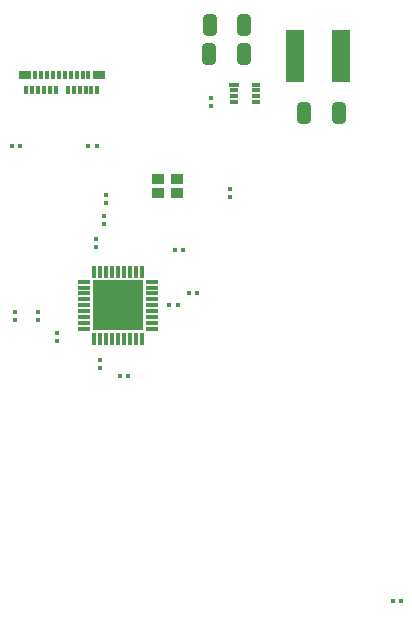
<source format=gbr>
%TF.GenerationSoftware,KiCad,Pcbnew,8.0.8*%
%TF.CreationDate,2025-07-23T18:15:36+02:00*%
%TF.ProjectId,CartridgeMk3ReaderMk6,43617274-7269-4646-9765-4d6b33526561,rev?*%
%TF.SameCoordinates,PX30a32c0PY5466720*%
%TF.FileFunction,Paste,Top*%
%TF.FilePolarity,Positive*%
%FSLAX46Y46*%
G04 Gerber Fmt 4.6, Leading zero omitted, Abs format (unit mm)*
G04 Created by KiCad (PCBNEW 8.0.8) date 2025-07-23 18:15:36*
%MOMM*%
%LPD*%
G01*
G04 APERTURE LIST*
G04 Aperture macros list*
%AMRoundRect*
0 Rectangle with rounded corners*
0 $1 Rounding radius*
0 $2 $3 $4 $5 $6 $7 $8 $9 X,Y pos of 4 corners*
0 Add a 4 corners polygon primitive as box body*
4,1,4,$2,$3,$4,$5,$6,$7,$8,$9,$2,$3,0*
0 Add four circle primitives for the rounded corners*
1,1,$1+$1,$2,$3*
1,1,$1+$1,$4,$5*
1,1,$1+$1,$6,$7*
1,1,$1+$1,$8,$9*
0 Add four rect primitives between the rounded corners*
20,1,$1+$1,$2,$3,$4,$5,0*
20,1,$1+$1,$4,$5,$6,$7,0*
20,1,$1+$1,$6,$7,$8,$9,0*
20,1,$1+$1,$8,$9,$2,$3,0*%
G04 Aperture macros list end*
%ADD10RoundRect,0.079500X0.100500X-0.079500X0.100500X0.079500X-0.100500X0.079500X-0.100500X-0.079500X0*%
%ADD11RoundRect,0.079500X-0.079500X-0.100500X0.079500X-0.100500X0.079500X0.100500X-0.079500X0.100500X0*%
%ADD12RoundRect,0.250000X-0.325000X-0.650000X0.325000X-0.650000X0.325000X0.650000X-0.325000X0.650000X0*%
%ADD13R,1.050000X0.300000*%
%ADD14R,0.300000X1.050000*%
%ADD15R,4.200000X4.200000*%
%ADD16R,1.550000X4.500000*%
%ADD17RoundRect,0.079500X-0.100500X0.079500X-0.100500X-0.079500X0.100500X-0.079500X0.100500X0.079500X0*%
%ADD18R,1.000000X0.900000*%
%ADD19R,0.300000X0.700000*%
%ADD20R,1.000000X0.700000*%
%ADD21RoundRect,0.250000X0.325000X0.650000X-0.325000X0.650000X-0.325000X-0.650000X0.325000X-0.650000X0*%
%ADD22R,0.825000X0.300000*%
%ADD23R,0.725000X0.300000*%
%ADD24RoundRect,0.079500X0.079500X0.100500X-0.079500X0.100500X-0.079500X-0.100500X0.079500X-0.100500X0*%
G04 APERTURE END LIST*
D10*
%TO.C,R3*%
X16150000Y48400000D03*
X16150000Y49090000D03*
%TD*%
D11*
%TO.C,R4*%
X22785000Y48150000D03*
X23475000Y48150000D03*
%TD*%
D10*
%TO.C,C4*%
X16850000Y50350000D03*
X16850000Y51040000D03*
%TD*%
D12*
%TO.C,C6*%
X33725000Y59800000D03*
X36675000Y59800000D03*
%TD*%
D10*
%TO.C,R8*%
X16500000Y38155000D03*
X16500000Y38845000D03*
%TD*%
D13*
%TO.C,IC1*%
X15150000Y45500000D03*
X15150000Y45000000D03*
X15150000Y44500000D03*
X15150000Y44000000D03*
X15150000Y43500000D03*
X15150000Y43000000D03*
X15150000Y42500000D03*
X15150000Y42000000D03*
X15150000Y41500000D03*
D14*
X16000000Y40650000D03*
X16500000Y40650000D03*
X17000000Y40650000D03*
X17500000Y40650000D03*
X18000000Y40650000D03*
X18500000Y40650000D03*
X19000000Y40650000D03*
X19500000Y40650000D03*
X20000000Y40650000D03*
D13*
X20850000Y41500000D03*
X20850000Y42000000D03*
X20850000Y42500000D03*
X20850000Y43000000D03*
X20850000Y43500000D03*
X20850000Y44000000D03*
X20850000Y44500000D03*
X20850000Y45000000D03*
X20850000Y45500000D03*
D14*
X20000000Y46350000D03*
X19500000Y46350000D03*
X19000000Y46350000D03*
X18500000Y46350000D03*
X18000000Y46350000D03*
X17500000Y46350000D03*
X17000000Y46350000D03*
X16500000Y46350000D03*
X16000000Y46350000D03*
D15*
X18000000Y43500000D03*
%TD*%
D16*
%TO.C,L1*%
X36875000Y64600000D03*
X33025000Y64600000D03*
%TD*%
D11*
%TO.C,R1*%
X15500000Y57000000D03*
X16190000Y57000000D03*
%TD*%
%TO.C,R5*%
X41255000Y18450000D03*
X41945000Y18450000D03*
%TD*%
D17*
%TO.C,C5*%
X25900000Y61040000D03*
X25900000Y60350000D03*
%TD*%
D11*
%TO.C,C3*%
X18155000Y37500000D03*
X18845000Y37500000D03*
%TD*%
D17*
%TO.C,R11*%
X9250000Y42945000D03*
X9250000Y42255000D03*
%TD*%
D18*
%TO.C,Y1*%
X23000000Y54226000D03*
X21350000Y54226000D03*
X21350000Y53000000D03*
X23000000Y53000000D03*
%TD*%
D10*
%TO.C,C2*%
X17000000Y52155000D03*
X17000000Y52845000D03*
%TD*%
D19*
%TO.C,J2*%
X16250000Y61700000D03*
X15750000Y61700000D03*
X15250000Y61700000D03*
X14750000Y61700000D03*
X14250000Y61700000D03*
X13750000Y61700000D03*
X12750000Y61700000D03*
X12250000Y61700000D03*
X11750000Y61700000D03*
X11250000Y61700000D03*
X10750000Y61700000D03*
X10250000Y61700000D03*
D20*
X10150000Y63000000D03*
D19*
X11000000Y63000000D03*
X11500000Y63000000D03*
X12000000Y63000000D03*
X12500000Y63000000D03*
X13000000Y63000000D03*
X13500000Y63000000D03*
X14000000Y63000000D03*
X14500000Y63000000D03*
X15000000Y63000000D03*
X15500000Y63000000D03*
D20*
X16350000Y63000000D03*
%TD*%
D21*
%TO.C,C8*%
X28700000Y67250000D03*
X25750000Y67250000D03*
%TD*%
D17*
%TO.C,C1*%
X27500000Y53345000D03*
X27500000Y52655000D03*
%TD*%
D22*
%TO.C,IC2*%
X27862000Y62188000D03*
D23*
X27812000Y61688000D03*
X27812000Y61188000D03*
X27812000Y60688000D03*
X29688000Y60688000D03*
X29688000Y61188000D03*
X29688000Y61688000D03*
X29688000Y62188000D03*
%TD*%
D24*
%TO.C,R6*%
X24725000Y44500000D03*
X24035000Y44500000D03*
%TD*%
D12*
%TO.C,C7*%
X25725000Y64800000D03*
X28675000Y64800000D03*
%TD*%
D17*
%TO.C,R9*%
X12850000Y41190000D03*
X12850000Y40500000D03*
%TD*%
%TO.C,R10*%
X11250000Y42945000D03*
X11250000Y42255000D03*
%TD*%
D11*
%TO.C,R2*%
X9000000Y57000000D03*
X9690000Y57000000D03*
%TD*%
D24*
%TO.C,R7*%
X23045000Y43550000D03*
X22355000Y43550000D03*
%TD*%
M02*

</source>
